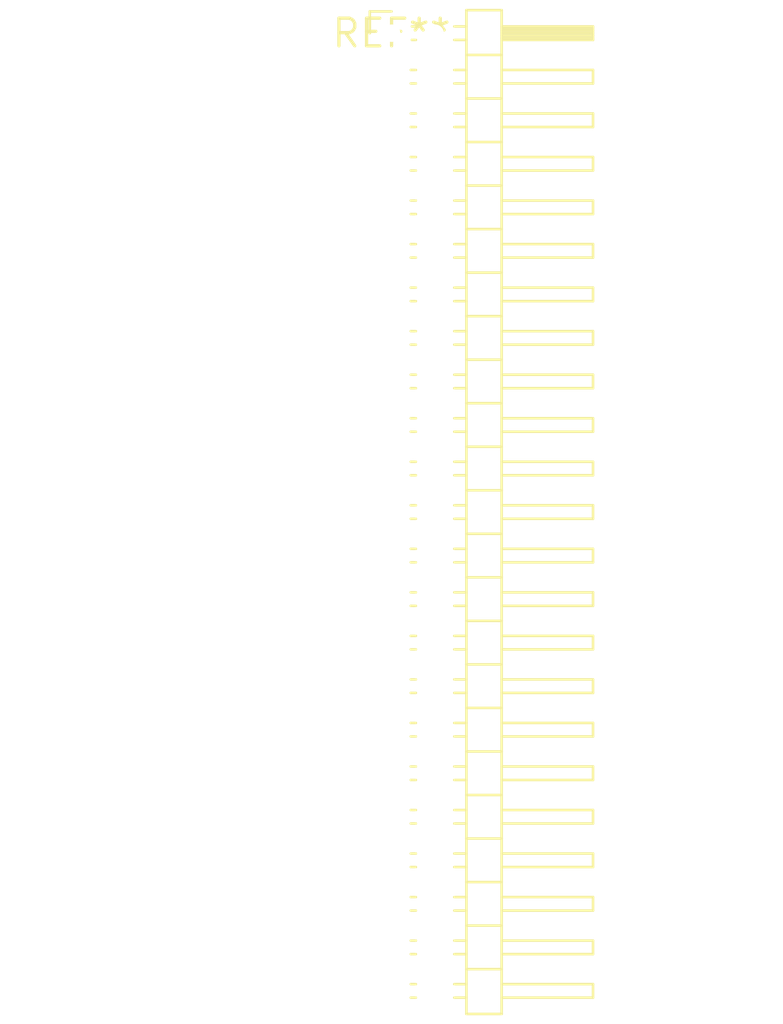
<source format=kicad_pcb>
(kicad_pcb (version 20240108) (generator pcbnew)
  (layers (0 "F.Cu" signal) (31 "B.Cu" signal) (34 "B.Paste" user) (35 "F.Paste" user) (36 "B.SilkS" user "B.Silkscreen") (37 "F.SilkS" user "F.Silkscreen") (38 "B.Mask" user) (39 "F.Mask" user) (44 "Edge.Cuts" user))
  (net 0 "")
  (footprint "PinHeader_2x23_P2.00mm_Horizontal" (layer "F.Cu") (at 0 0)
    (property "Reference" "REF**")
    (property "Value" "PinHeader_2x23_P2.00mm_Horizontal")
    (fp_line (start -1 -1) (end 0 -1) (layer "F.SilkS") (stroke (width 0.12)))
    (fp_line (start -1 0) (end -1 -1) (layer "F.SilkS") (stroke (width 0.12)))
    (fp_line (start 0.882114 1.69) (end 1.117886 1.69) (layer "F.SilkS") (stroke (width 0.12)))
    (fp_line (start 0.882114 2.31) (end 1.117886 2.31) (layer "F.SilkS") (stroke (width 0.12)))
    (fp_line (start 0.882114 3.69) (end 1.117886 3.69) (layer "F.SilkS") (stroke (width 0.12)))
    (fp_line (start 0.882114 4.31) (end 1.117886 4.31) (layer "F.SilkS") (stroke (width 0.12)))
    (fp_line (start 0.882114 5.69) (end 1.117886 5.69) (layer "F.SilkS") (stroke (width 0.12)))
    (fp_line (start 0.882114 6.31) (end 1.117886 6.31) (layer "F.SilkS") (stroke (width 0.12)))
    (fp_line (start 0.882114 7.69) (end 1.117886 7.69) (layer "F.SilkS") (stroke (width 0.12)))
    (fp_line (start 0.882114 8.31) (end 1.117886 8.31) (layer "F.SilkS") (stroke (width 0.12)))
    (fp_line (start 0.882114 9.69) (end 1.117886 9.69) (layer "F.SilkS") (stroke (width 0.12)))
    (fp_line (start 0.882114 10.31) (end 1.117886 10.31) (layer "F.SilkS") (stroke (width 0.12)))
    (fp_line (start 0.882114 11.69) (end 1.117886 11.69) (layer "F.SilkS") (stroke (width 0.12)))
    (fp_line (start 0.882114 12.31) (end 1.117886 12.31) (layer "F.SilkS") (stroke (width 0.12)))
    (fp_line (start 0.882114 13.69) (end 1.117886 13.69) (layer "F.SilkS") (stroke (width 0.12)))
    (fp_line (start 0.882114 14.31) (end 1.117886 14.31) (layer "F.SilkS") (stroke (width 0.12)))
    (fp_line (start 0.882114 15.69) (end 1.117886 15.69) (layer "F.SilkS") (stroke (width 0.12)))
    (fp_line (start 0.882114 16.31) (end 1.117886 16.31) (layer "F.SilkS") (stroke (width 0.12)))
    (fp_line (start 0.882114 17.69) (end 1.117886 17.69) (layer "F.SilkS") (stroke (width 0.12)))
    (fp_line (start 0.882114 18.31) (end 1.117886 18.31) (layer "F.SilkS") (stroke (width 0.12)))
    (fp_line (start 0.882114 19.69) (end 1.117886 19.69) (layer "F.SilkS") (stroke (width 0.12)))
    (fp_line (start 0.882114 20.31) (end 1.117886 20.31) (layer "F.SilkS") (stroke (width 0.12)))
    (fp_line (start 0.882114 21.69) (end 1.117886 21.69) (layer "F.SilkS") (stroke (width 0.12)))
    (fp_line (start 0.882114 22.31) (end 1.117886 22.31) (layer "F.SilkS") (stroke (width 0.12)))
    (fp_line (start 0.882114 23.69) (end 1.117886 23.69) (layer "F.SilkS") (stroke (width 0.12)))
    (fp_line (start 0.882114 24.31) (end 1.117886 24.31) (layer "F.SilkS") (stroke (width 0.12)))
    (fp_line (start 0.882114 25.69) (end 1.117886 25.69) (layer "F.SilkS") (stroke (width 0.12)))
    (fp_line (start 0.882114 26.31) (end 1.117886 26.31) (layer "F.SilkS") (stroke (width 0.12)))
    (fp_line (start 0.882114 27.69) (end 1.117886 27.69) (layer "F.SilkS") (stroke (width 0.12)))
    (fp_line (start 0.882114 28.31) (end 1.117886 28.31) (layer "F.SilkS") (stroke (width 0.12)))
    (fp_line (start 0.882114 29.69) (end 1.117886 29.69) (layer "F.SilkS") (stroke (width 0.12)))
    (fp_line (start 0.882114 30.31) (end 1.117886 30.31) (layer "F.SilkS") (stroke (width 0.12)))
    (fp_line (start 0.882114 31.69) (end 1.117886 31.69) (layer "F.SilkS") (stroke (width 0.12)))
    (fp_line (start 0.882114 32.31) (end 1.117886 32.31) (layer "F.SilkS") (stroke (width 0.12)))
    (fp_line (start 0.882114 33.69) (end 1.117886 33.69) (layer "F.SilkS") (stroke (width 0.12)))
    (fp_line (start 0.882114 34.31) (end 1.117886 34.31) (layer "F.SilkS") (stroke (width 0.12)))
    (fp_line (start 0.882114 35.69) (end 1.117886 35.69) (layer "F.SilkS") (stroke (width 0.12)))
    (fp_line (start 0.882114 36.31) (end 1.117886 36.31) (layer "F.SilkS") (stroke (width 0.12)))
    (fp_line (start 0.882114 37.69) (end 1.117886 37.69) (layer "F.SilkS") (stroke (width 0.12)))
    (fp_line (start 0.882114 38.31) (end 1.117886 38.31) (layer "F.SilkS") (stroke (width 0.12)))
    (fp_line (start 0.882114 39.69) (end 1.117886 39.69) (layer "F.SilkS") (stroke (width 0.12)))
    (fp_line (start 0.882114 40.31) (end 1.117886 40.31) (layer "F.SilkS") (stroke (width 0.12)))
    (fp_line (start 0.882114 41.69) (end 1.117886 41.69) (layer "F.SilkS") (stroke (width 0.12)))
    (fp_line (start 0.882114 42.31) (end 1.117886 42.31) (layer "F.SilkS") (stroke (width 0.12)))
    (fp_line (start 0.882114 43.69) (end 1.117886 43.69) (layer "F.SilkS") (stroke (width 0.12)))
    (fp_line (start 0.882114 44.31) (end 1.117886 44.31) (layer "F.SilkS") (stroke (width 0.12)))
    (fp_line (start 0.935 -0.31) (end 1.117886 -0.31) (layer "F.SilkS") (stroke (width 0.12)))
    (fp_line (start 0.935 0.31) (end 1.117886 0.31) (layer "F.SilkS") (stroke (width 0.12)))
    (fp_line (start 2.882114 -0.31) (end 3.44 -0.31) (layer "F.SilkS") (stroke (width 0.12)))
    (fp_line (start 2.882114 0.31) (end 3.44 0.31) (layer "F.SilkS") (stroke (width 0.12)))
    (fp_line (start 2.882114 1.69) (end 3.44 1.69) (layer "F.SilkS") (stroke (width 0.12)))
    (fp_line (start 2.882114 2.31) (end 3.44 2.31) (layer "F.SilkS") (stroke (width 0.12)))
    (fp_line (start 2.882114 3.69) (end 3.44 3.69) (layer "F.SilkS") (stroke (width 0.12)))
    (fp_line (start 2.882114 4.31) (end 3.44 4.31) (layer "F.SilkS") (stroke (width 0.12)))
    (fp_line (start 2.882114 5.69) (end 3.44 5.69) (layer "F.SilkS") (stroke (width 0.12)))
    (fp_line (start 2.882114 6.31) (end 3.44 6.31) (layer "F.SilkS") (stroke (width 0.12)))
    (fp_line (start 2.882114 7.69) (end 3.44 7.69) (layer "F.SilkS") (stroke (width 0.12)))
    (fp_line (start 2.882114 8.31) (end 3.44 8.31) (layer "F.SilkS") (stroke (width 0.12)))
    (fp_line (start 2.882114 9.69) (end 3.44 9.69) (layer "F.SilkS") (stroke (width 0.12)))
    (fp_line (start 2.882114 10.31) (end 3.44 10.31) (layer "F.SilkS") (stroke (width 0.12)))
    (fp_line (start 2.882114 11.69) (end 3.44 11.69) (layer "F.SilkS") (stroke (width 0.12)))
    (fp_line (start 2.882114 12.31) (end 3.44 12.31) (layer "F.SilkS") (stroke (width 0.12)))
    (fp_line (start 2.882114 13.69) (end 3.44 13.69) (layer "F.SilkS") (stroke (width 0.12)))
    (fp_line (start 2.882114 14.31) (end 3.44 14.31) (layer "F.SilkS") (stroke (width 0.12)))
    (fp_line (start 2.882114 15.69) (end 3.44 15.69) (layer "F.SilkS") (stroke (width 0.12)))
    (fp_line (start 2.882114 16.31) (end 3.44 16.31) (layer "F.SilkS") (stroke (width 0.12)))
    (fp_line (start 2.882114 17.69) (end 3.44 17.69) (layer "F.SilkS") (stroke (width 0.12)))
    (fp_line (start 2.882114 18.31) (end 3.44 18.31) (layer "F.SilkS") (stroke (width 0.12)))
    (fp_line (start 2.882114 19.69) (end 3.44 19.69) (layer "F.SilkS") (stroke (width 0.12)))
    (fp_line (start 2.882114 20.31) (end 3.44 20.31) (layer "F.SilkS") (stroke (width 0.12)))
    (fp_line (start 2.882114 21.69) (end 3.44 21.69) (layer "F.SilkS") (stroke (width 0.12)))
    (fp_line (start 2.882114 22.31) (end 3.44 22.31) (layer "F.SilkS") (stroke (width 0.12)))
    (fp_line (start 2.882114 23.69) (end 3.44 23.69) (layer "F.SilkS") (stroke (width 0.12)))
    (fp_line (start 2.882114 24.31) (end 3.44 24.31) (layer "F.SilkS") (stroke (width 0.12)))
    (fp_line (start 2.882114 25.69) (end 3.44 25.69) (layer "F.SilkS") (stroke (width 0.12)))
    (fp_line (start 2.882114 26.31) (end 3.44 26.31) (layer "F.SilkS") (stroke (width 0.12)))
    (fp_line (start 2.882114 27.69) (end 3.44 27.69) (layer "F.SilkS") (stroke (width 0.12)))
    (fp_line (start 2.882114 28.31) (end 3.44 28.31) (layer "F.SilkS") (stroke (width 0.12)))
    (fp_line (start 2.882114 29.69) (end 3.44 29.69) (layer "F.SilkS") (stroke (width 0.12)))
    (fp_line (start 2.882114 30.31) (end 3.44 30.31) (layer "F.SilkS") (stroke (width 0.12)))
    (fp_line (start 2.882114 31.69) (end 3.44 31.69) (layer "F.SilkS") (stroke (width 0.12)))
    (fp_line (start 2.882114 32.31) (end 3.44 32.31) (layer "F.SilkS") (stroke (width 0.12)))
    (fp_line (start 2.882114 33.69) (end 3.44 33.69) (layer "F.SilkS") (stroke (width 0.12)))
    (fp_line (start 2.882114 34.31) (end 3.44 34.31) (layer "F.SilkS") (stroke (width 0.12)))
    (fp_line (start 2.882114 35.69) (end 3.44 35.69) (layer "F.SilkS") (stroke (width 0.12)))
    (fp_line (start 2.882114 36.31) (end 3.44 36.31) (layer "F.SilkS") (stroke (width 0.12)))
    (fp_line (start 2.882114 37.69) (end 3.44 37.69) (layer "F.SilkS") (stroke (width 0.12)))
    (fp_line (start 2.882114 38.31) (end 3.44 38.31) (layer "F.SilkS") (stroke (width 0.12)))
    (fp_line (start 2.882114 39.69) (end 3.44 39.69) (layer "F.SilkS") (stroke (width 0.12)))
    (fp_line (start 2.882114 40.31) (end 3.44 40.31) (layer "F.SilkS") (stroke (width 0.12)))
    (fp_line (start 2.882114 41.69) (end 3.44 41.69) (layer "F.SilkS") (stroke (width 0.12)))
    (fp_line (start 2.882114 42.31) (end 3.44 42.31) (layer "F.SilkS") (stroke (width 0.12)))
    (fp_line (start 2.882114 43.69) (end 3.44 43.69) (layer "F.SilkS") (stroke (width 0.12)))
    (fp_line (start 2.882114 44.31) (end 3.44 44.31) (layer "F.SilkS") (stroke (width 0.12)))
    (fp_line (start 3.44 -1.06) (end 3.44 45.06) (layer "F.SilkS") (stroke (width 0.12)))
    (fp_line (start 3.44 1) (end 5.06 1) (layer "F.SilkS") (stroke (width 0.12)))
    (fp_line (start 3.44 3) (end 5.06 3) (layer "F.SilkS") (stroke (width 0.12)))
    (fp_line (start 3.44 5) (end 5.06 5) (layer "F.SilkS") (stroke (width 0.12)))
    (fp_line (start 3.44 7) (end 5.06 7) (layer "F.SilkS") (stroke (width 0.12)))
    (fp_line (start 3.44 9) (end 5.06 9) (layer "F.SilkS") (stroke (width 0.12)))
    (fp_line (start 3.44 11) (end 5.06 11) (layer "F.SilkS") (stroke (width 0.12)))
    (fp_line (start 3.44 13) (end 5.06 13) (layer "F.SilkS") (stroke (width 0.12)))
    (fp_line (start 3.44 15) (end 5.06 15) (layer "F.SilkS") (stroke (width 0.12)))
    (fp_line (start 3.44 17) (end 5.06 17) (layer "F.SilkS") (stroke (width 0.12)))
    (fp_line (start 3.44 19) (end 5.06 19) (layer "F.SilkS") (stroke (width 0.12)))
    (fp_line (start 3.44 21) (end 5.06 21) (layer "F.SilkS") (stroke (width 0.12)))
    (fp_line (start 3.44 23) (end 5.06 23) (layer "F.SilkS") (stroke (width 0.12)))
    (fp_line (start 3.44 25) (end 5.06 25) (layer "F.SilkS") (stroke (width 0.12)))
    (fp_line (start 3.44 27) (end 5.06 27) (layer "F.SilkS") (stroke (width 0.12)))
    (fp_line (start 3.44 29) (end 5.06 29) (layer "F.SilkS") (stroke (width 0.12)))
    (fp_line (start 3.44 31) (end 5.06 31) (layer "F.SilkS") (stroke (width 0.12)))
    (fp_line (start 3.44 33) (end 5.06 33) (layer "F.SilkS") (stroke (width 0.12)))
    (fp_line (start 3.44 35) (end 5.06 35) (layer "F.SilkS") (stroke (width 0.12)))
    (fp_line (start 3.44 37) (end 5.06 37) (layer "F.SilkS") (stroke (width 0.12)))
    (fp_line (start 3.44 39) (end 5.06 39) (layer "F.SilkS") (stroke (width 0.12)))
    (fp_line (start 3.44 41) (end 5.06 41) (layer "F.SilkS") (stroke (width 0.12)))
    (fp_line (start 3.44 43) (end 5.06 43) (layer "F.SilkS") (stroke (width 0.12)))
    (fp_line (start 3.44 45.06) (end 5.06 45.06) (layer "F.SilkS") (stroke (width 0.12)))
    (fp_line (start 5.06 -1.06) (end 3.44 -1.06) (layer "F.SilkS") (stroke (width 0.12)))
    (fp_line (start 5.06 -0.31) (end 9.26 -0.31) (layer "F.SilkS") (stroke (width 0.12)))
    (fp_line (start 5.06 -0.25) (end 9.26 -0.25) (layer "F.SilkS") (stroke (width 0.12)))
    (fp_line (start 5.06 -0.13) (end 9.26 -0.13) (layer "F.SilkS") (stroke (width 0.12)))
    (fp_line (start 5.06 -0.01) (end 9.26 -0.01) (layer "F.SilkS") (stroke (width 0.12)))
    (fp_line (start 5.06 0.11) (end 9.26 0.11) (layer "F.SilkS") (stroke (width 0.12)))
    (fp_line (start 5.06 0.23) (end 9.26 0.23) (layer "F.SilkS") (stroke (width 0.12)))
    (fp_line (start 5.06 1.69) (end 9.26 1.69) (layer "F.SilkS") (stroke (width 0.12)))
    (fp_line (start 5.06 3.69) (end 9.26 3.69) (layer "F.SilkS") (stroke (width 0.12)))
    (fp_line (start 5.06 5.69) (end 9.26 5.69) (layer "F.SilkS") (stroke (width 0.12)))
    (fp_line (start 5.06 7.69) (end 9.26 7.69) (layer "F.SilkS") (stroke (width 0.12)))
    (fp_line (start 5.06 9.69) (end 9.26 9.69) (layer "F.SilkS") (stroke (width 0.12)))
    (fp_line (start 5.06 11.69) (end 9.26 11.69) (layer "F.SilkS") (stroke (width 0.12)))
    (fp_line (start 5.06 13.69) (end 9.26 13.69) (layer "F.SilkS") (stroke (width 0.12)))
    (fp_line (start 5.06 15.69) (end 9.26 15.69) (layer "F.SilkS") (stroke (width 0.12)))
    (fp_line (start 5.06 17.69) (end 9.26 17.69) (layer "F.SilkS") (stroke (width 0.12)))
    (fp_line (start 5.06 19.69) (end 9.26 19.69) (layer "F.SilkS") (stroke (width 0.12)))
    (fp_line (start 5.06 21.69) (end 9.26 21.69) (layer "F.SilkS") (stroke (width 0.12)))
    (fp_line (start 5.06 23.69) (end 9.26 23.69) (layer "F.SilkS") (stroke (width 0.12)))
    (fp_line (start 5.06 25.69) (end 9.26 25.69) (layer "F.SilkS") (stroke (width 0.12)))
    (fp_line (start 5.06 27.69) (end 9.26 27.69) (layer "F.SilkS") (stroke (width 0.12)))
    (fp_line (start 5.06 29.69) (end 9.26 29.69) (layer "F.SilkS") (stroke (width 0.12)))
    (fp_line (start 5.06 31.69) (end 9.26 31.69) (layer "F.SilkS") (stroke (width 0.12)))
    (fp_line (start 5.06 33.69) (end 9.26 33.69) (layer "F.SilkS") (stroke (width 0.12)))
    (fp_line (start 5.06 35.69) (end 9.26 35.69) (layer "F.SilkS") (stroke (width 0.12)))
    (fp_line (start 5.06 37.69) (end 9.26 37.69) (layer "F.SilkS") (stroke (width 0.12)))
    (fp_line (start 5.06 39.69) (end 9.26 39.69) (layer "F.SilkS") (stroke (width 0.12)))
    (fp_line (start 5.06 41.69) (end 9.26 41.69) (layer "F.SilkS") (stroke (width 0.12)))
    (fp_line (start 5.06 43.69) (end 9.26 43.69) (layer "F.SilkS") (stroke (width 0.12)))
    (fp_line (start 5.06 45.06) (end 5.06 -1.06) (layer "F.SilkS") (stroke (width 0.12)))
    (fp_line (start 9.26 -0.31) (end 9.26 0.31) (layer "F.SilkS") (stroke (width 0.12)))
    (fp_line (start 9.26 0.31) (end 5.06 0.31) (layer "F.SilkS") (stroke (width 0.12)))
    (fp_line (start 9.26 1.69) (end 9.26 2.31) (layer "F.SilkS") (stroke (width 0.12)))
    (fp_line (start 9.26 2.31) (end 5.06 2.31) (layer "F.SilkS") (stroke (width 0.12)))
    (fp_line (start 9.26 3.69) (end 9.26 4.31) (layer "F.SilkS") (stroke (width 0.12)))
    (fp_line (start 9.26 4.31) (end 5.06 4.31) (layer "F.SilkS") (stroke (width 0.12)))
    (fp_line (start 9.26 5.69) (end 9.26 6.31) (layer "F.SilkS") (stroke (width 0.12)))
    (fp_line (start 9.26 6.31) (end 5.06 6.31) (layer "F.SilkS") (stroke (width 0.12)))
    (fp_line (start 9.26 7.69) (end 9.26 8.31) (layer "F.SilkS") (stroke (width 0.12)))
    (fp_line (start 9.26 8.31) (end 5.06 8.31) (layer "F.SilkS") (stroke (width 0.12)))
    (fp_line (start 9.26 9.69) (end 9.26 10.31) (layer "F.SilkS") (stroke (width 0.12)))
    (fp_line (start 9.26 10.31) (end 5.06 10.31) (layer "F.SilkS") (stroke (width 0.12)))
    (fp_line (start 9.26 11.69) (end 9.26 12.31) (layer "F.SilkS") (stroke (width 0.12)))
    (fp_line (start 9.26 12.31) (end 5.06 12.31) (layer "F.SilkS") (stroke (width 0.12)))
    (fp_line (start 9.26 13.69) (end 9.26 14.31) (layer "F.SilkS") (stroke (width 0.12)))
    (fp_line (start 9.26 14.31) (end 5.06 14.31) (layer "F.SilkS") (stroke (width 0.12)))
    (fp_line (start 9.26 15.69) (end 9.26 16.31) (layer "F.SilkS") (stroke (width 0.12)))
    (fp_line (start 9.26 16.31) (end 5.06 16.31) (layer "F.SilkS") (stroke (width 0.12)))
    (fp_line (start 9.26 17.69) (end 9.26 18.31) (layer "F.SilkS") (stroke (width 0.12)))
    (fp_line (start 9.26 18.31) (end 5.06 18.31) (layer "F.SilkS") (stroke (width 0.12)))
    (fp_line (start 9.26 19.69) (end 9.26 20.31) (layer "F.SilkS") (stroke (width 0.12)))
    (fp_line (start 9.26 20.31) (end 5.06 20.31) (layer "F.SilkS") (stroke (width 0.12)))
    (fp_line (start 9.26 21.69) (end 9.26 22.31) (layer "F.SilkS") (stroke (width 0.12)))
    (fp_line (start 9.26 22.31) (end 5.06 22.31) (layer "F.SilkS") (stroke (width 0.12)))
    (fp_line (start 9.26 23.69) (end 9.26 24.31) (layer "F.SilkS") (stroke (width 0.12)))
    (fp_line (start 9.26 24.31) (end 5.06 24.31) (layer "F.SilkS") (stroke (width 0.12)))
    (fp_line (start 9.26 25.69) (end 9.26 26.31) (layer "F.SilkS") (stroke (width 0.12)))
    (fp_line (start 9.26 26.31) (end 5.06 26.31) (layer "F.SilkS") (stroke (width 0.12)))
    (fp_line (start 9.26 27.69) (end 9.26 28.31) (layer "F.SilkS") (stroke (width 0.12)))
    (fp_line (start 9.26 28.31) (end 5.06 28.31) (layer "F.SilkS") (stroke (width 0.12)))
    (fp_line (start 9.26 29.69) (end 9.26 30.31) (layer "F.SilkS") (stroke (width 0.12)))
    (fp_line (start 9.26 30.31) (end 5.06 30.31) (layer "F.SilkS") (stroke (width 0.12)))
    (fp_line (start 9.26 31.69) (end 9.26 32.31) (layer "F.SilkS") (stroke (width 0.12)))
    (fp_line (start 9.26 32.31) (end 5.06 32.31) (layer "F.SilkS") (stroke (width 0.12)))
    (fp_line (start 9.26 33.69) (end 9.26 34.31) (layer "F.SilkS") (stroke (width 0.12)))
    (fp_line (start 9.26 34.31) (end 5.06 34.31) (layer "F.SilkS") (stroke (width 0.12)))
    (fp_line (start 9.26 35.69) (end 9.26 36.31) (layer "F.SilkS") (stroke (width 0.12)))
    (fp_line (start 9.26 36.31) (end 5.06 36.31) (layer "F.SilkS") (stroke (width 0.12)))
    (fp_line (start 9.26 37.69) (end 9.26 38.31) (layer "F.SilkS") (stroke (width 0.12)))
    (fp_line (start 9.26 38.31) (end 5.06 38.31) (layer "F.SilkS") (stroke (width 0.12)))
    (fp_line (start 9.26 39.69) (end 9.26 40.31) (layer "F.SilkS") (stroke (width 0.12)))
    (fp_line (start 9.26 40.31) (end 5.06 40.31) (layer "F.SilkS") (stroke (width 0.12)))
    (fp_line (start 9.26 41.69) (end 9.26 42.31) (layer "F.SilkS") (stroke (width 0.12)))
    (fp_line (start 9.26 42.31) (end 5.06 42.31) (layer "F.SilkS") (stroke (width 0.12)))
    (fp_line (start 9.26 43.69) (end 9.26 44.31) (layer "F.SilkS") (stroke (width 0.12)))
    (fp_line (start 9.26 44.31) (end 5.06 44.31) (layer "F.SilkS") (stroke (width 0.12)))
    (pad "1" thru_hole rect (at 0 0) (size 1.35 1.35) (drill 0.8) (layers *.Cu *.Mask) (remove_unused_layers))
    (pad "2" thru_hole oval (at 2 0) (size 1.35 1.35) (drill 0.8) (layers *.Cu *.Mask) (remove_unused_layers))
    (pad "3" thru_hole oval (at 0 2) (size 1.35 1.35) (drill 0.8) (layers *.Cu *.Mask) (remove_unused_layers))
    (pad "4" thru_hole oval (at 2 2) (size 1.35 1.35) (drill 0.8) (layers *.Cu *.Mask) (remove_unused_layers))
    (pad "5" thru_hole oval (at 0 4) (size 1.35 1.35) (drill 0.8) (layers *.Cu *.Mask) (remove_unused_layers))
    (pad "6" thru_hole oval (at 2 4) (size 1.35 1.35) (drill 0.8) (layers *.Cu *.Mask) (remove_unused_layers))
    (pad "7" thru_hole oval (at 0 6) (size 1.35 1.35) (drill 0.8) (layers *.Cu *.Mask) (remove_unused_layers))
    (pad "8" thru_hole oval (at 2 6) (size 1.35 1.35) (drill 0.8) (layers *.Cu *.Mask) (remove_unused_layers))
    (pad "9" thru_hole oval (at 0 8) (size 1.35 1.35) (drill 0.8) (layers *.Cu *.Mask) (remove_unused_layers))
    (pad "10" thru_hole oval (at 2 8) (size 1.35 1.35) (drill 0.8) (layers *.Cu *.Mask) (remove_unused_layers))
    (pad "11" thru_hole oval (at 0 10) (size 1.35 1.35) (drill 0.8) (layers *.Cu *.Mask) (remove_unused_layers))
    (pad "12" thru_hole oval (at 2 10) (size 1.35 1.35) (drill 0.8) (layers *.Cu *.Mask) (remove_unused_layers))
    (pad "13" thru_hole oval (at 0 12) (size 1.35 1.35) (drill 0.8) (layers *.Cu *.Mask) (remove_unused_layers))
    (pad "14" thru_hole oval (at 2 12) (size 1.35 1.35) (drill 0.8) (layers *.Cu *.Mask) (remove_unused_layers))
    (pad "15" thru_hole oval (at 0 14) (size 1.35 1.35) (drill 0.8) (layers *.Cu *.Mask) (remove_unused_layers))
    (pad "16" thru_hole oval (at 2 14) (size 1.35 1.35) (drill 0.8) (layers *.Cu *.Mask) (remove_unused_layers))
    (pad "17" thru_hole oval (at 0 16) (size 1.35 1.35) (drill 0.8) (layers *.Cu *.Mask) (remove_unused_layers))
    (pad "18" thru_hole oval (at 2 16) (size 1.35 1.35) (drill 0.8) (layers *.Cu *.Mask) (remove_unused_layers))
    (pad "19" thru_hole oval (at 0 18) (size 1.35 1.35) (drill 0.8) (layers *.Cu *.Mask) (remove_unused_layers))
    (pad "20" thru_hole oval (at 2 18) (size 1.35 1.35) (drill 0.8) (layers *.Cu *.Mask) (remove_unused_layers))
    (pad "21" thru_hole oval (at 0 20) (size 1.35 1.35) (drill 0.8) (layers *.Cu *.Mask) (remove_unused_layers))
    (pad "22" thru_hole oval (at 2 20) (size 1.35 1.35) (drill 0.8) (layers *.Cu *.Mask) (remove_unused_layers))
    (pad "23" thru_hole oval (at 0 22) (size 1.35 1.35) (drill 0.8) (layers *.Cu *.Mask) (remove_unused_layers))
    (pad "24" thru_hole oval (at 2 22) (size 1.35 1.35) (drill 0.8) (layers *.Cu *.Mask) (remove_unused_layers))
    (pad "25" thru_hole oval (at 0 24) (size 1.35 1.35) (drill 0.8) (layers *.Cu *.Mask) (remove_unused_layers))
    (pad "26" thru_hole oval (at 2 24) (size 1.35 1.35) (drill 0.8) (layers *.Cu *.Mask) (remove_unused_layers))
    (pad "27" thru_hole oval (at 0 26) (size 1.35 1.35) (drill 0.8) (layers *.Cu *.Mask) (remove_unused_layers))
    (pad "28" thru_hole oval (at 2 26) (size 1.35 1.35) (drill 0.8) (layers *.Cu *.Mask) (remove_unused_layers))
    (pad "29" thru_hole oval (at 0 28) (size 1.35 1.35) (drill 0.8) (layers *.Cu *.Mask) (remove_unused_layers))
    (pad "30" thru_hole oval (at 2 28) (size 1.35 1.35) (drill 0.8) (layers *.Cu *.Mask) (remove_unused_layers))
    (pad "31" thru_hole oval (at 0 30) (size 1.35 1.35) (drill 0.8) (layers *.Cu *.Mask) (remove_unused_layers))
    (pad "32" thru_hole oval (at 2 30) (size 1.35 1.35) (drill 0.8) (layers *.Cu *.Mask) (remove_unused_layers))
    (pad "33" thru_hole oval (at 0 32) (size 1.35 1.35) (drill 0.8) (layers *.Cu *.Mask) (remove_unused_layers))
    (pad "34" thru_hole oval (at 2 32) (size 1.35 1.35) (drill 0.8) (layers *.Cu *.Mask) (remove_unused_layers))
    (pad "35" thru_hole oval (at 0 34) (size 1.35 1.35) (drill 0.8) (layers *.Cu *.Mask) (remove_unused_layers))
    (pad "36" thru_hole oval (at 2 34) (size 1.35 1.35) (drill 0.8) (layers *.Cu *.Mask) (remove_unused_layers))
    (pad "37" thru_hole oval (at 0 36) (size 1.35 1.35) (drill 0.8) (layers *.Cu *.Mask) (remove_unused_layers))
    (pad "38" thru_hole oval (at 2 36) (size 1.35 1.35) (drill 0.8) (layers *.Cu *.Mask) (remove_unused_layers))
    (pad "39" thru_hole oval (at 0 38) (size 1.35 1.35) (drill 0.8) (layers *.Cu *.Mask) (remove_unused_layers))
    (pad "40" thru_hole oval (at 2 38) (size 1.35 1.35) (drill 0.8) (layers *.Cu *.Mask) (remove_unused_layers))
    (pad "41" thru_hole oval (at 0 40) (size 1.35 1.35) (drill 0.8) (layers *.Cu *.Mask) (remove_unused_layers))
    (pad "42" thru_hole oval (at 2 40) (size 1.35 1.35) (drill 0.8) (layers *.Cu *.Mask) (remove_unused_layers))
    (pad "43" thru_hole oval (at 0 42) (size 1.35 1.35) (drill 0.8) (layers *.Cu *.Mask) (remove_unused_layers))
    (pad "44" thru_hole oval (at 2 42) (size 1.35 1.35) (drill 0.8) (layers *.Cu *.Mask) (remove_unused_layers))
    (pad "45" thru_hole oval (at 0 44) (size 1.35 1.35) (drill 0.8) (layers *.Cu *.Mask) (remove_unused_layers))
    (pad "46" thru_hole oval (at 2 44) (size 1.35 1.35) (drill 0.8) (layers *.Cu *.Mask) (remove_unused_layers))
  )
)
</source>
